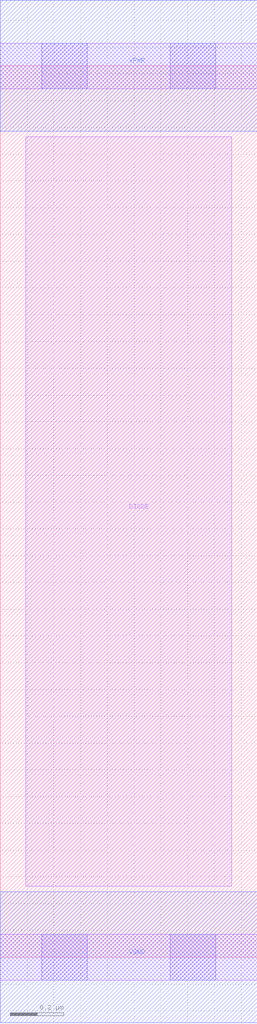
<source format=lef>
# Copyright 2020 The SkyWater PDK Authors
#
# Licensed under the Apache License, Version 2.0 (the "License");
# you may not use this file except in compliance with the License.
# You may obtain a copy of the License at
#
#     https://www.apache.org/licenses/LICENSE-2.0
#
# Unless required by applicable law or agreed to in writing, software
# distributed under the License is distributed on an "AS IS" BASIS,
# WITHOUT WARRANTIES OR CONDITIONS OF ANY KIND, either express or implied.
# See the License for the specific language governing permissions and
# limitations under the License.
#
# SPDX-License-Identifier: Apache-2.0

VERSION 5.7 ;
  NOWIREEXTENSIONATPIN ON ;
  DIVIDERCHAR "/" ;
  BUSBITCHARS "[]" ;
UNITS
  DATABASE MICRONS 200 ;
END UNITS
MACRO sky130_fd_sc_ls__diode_2
  CLASS CORE ANTENNACELL ;
  FOREIGN sky130_fd_sc_ls__diode_2 ;
  ORIGIN  0.000000  0.000000 ;
  SIZE  0.960000 BY  3.330000 ;
  SYMMETRY X Y ;
  SITE unit ;
  PIN DIODE
    ANTENNADIFFAREA  0.641700 ;
    DIRECTION INPUT ;
    PORT
      LAYER li1 ;
        RECT 0.095000 0.265000 0.865000 3.065000 ;
    END
  END DIODE
  PIN VGND
    DIRECTION INOUT ;
    SHAPE ABUTMENT ;
    USE GROUND ;
    PORT
      LAYER met1 ;
        RECT 0.000000 -0.245000 0.960000 0.245000 ;
    END
  END VGND
  PIN VPWR
    DIRECTION INOUT ;
    SHAPE ABUTMENT ;
    USE POWER ;
    PORT
      LAYER met1 ;
        RECT 0.000000 3.085000 0.960000 3.575000 ;
    END
  END VPWR
  OBS
    LAYER li1 ;
      RECT 0.000000 -0.085000 0.960000 0.085000 ;
      RECT 0.000000  3.245000 0.960000 3.415000 ;
    LAYER mcon ;
      RECT 0.155000 -0.085000 0.325000 0.085000 ;
      RECT 0.155000  3.245000 0.325000 3.415000 ;
      RECT 0.635000 -0.085000 0.805000 0.085000 ;
      RECT 0.635000  3.245000 0.805000 3.415000 ;
  END
END sky130_fd_sc_ls__diode_2
END LIBRARY

</source>
